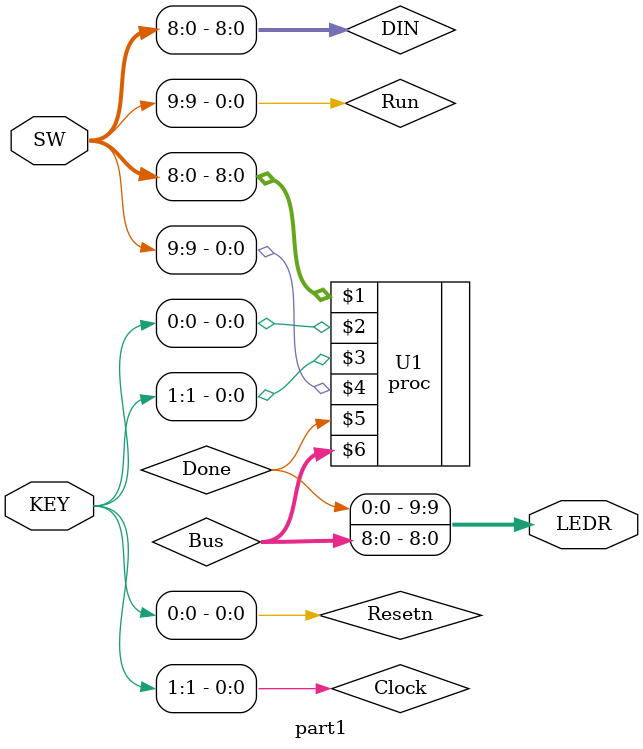
<source format=v>
`timescale 1ns/1ns
module part1 (KEY, SW, LEDR);
	input [1:0] KEY;
	input [9:0] SW;
	output [9:0] LEDR;	

	wire Resetn, Clock, Run, Done;
	wire [8:0] DIN, Bus;

	assign Resetn = KEY[0];
	assign Clock = KEY[1];	
	assign DIN = SW[8:0];
	assign Run = SW[9];

	// module proc(DIN, Resetn, Clock, Run, Done, Bus);
	proc U1 (DIN, Resetn, Clock, Run, Done, Bus);

	assign LEDR[8:0] = Bus;
	assign LEDR[9] = Done;

endmodule


</source>
